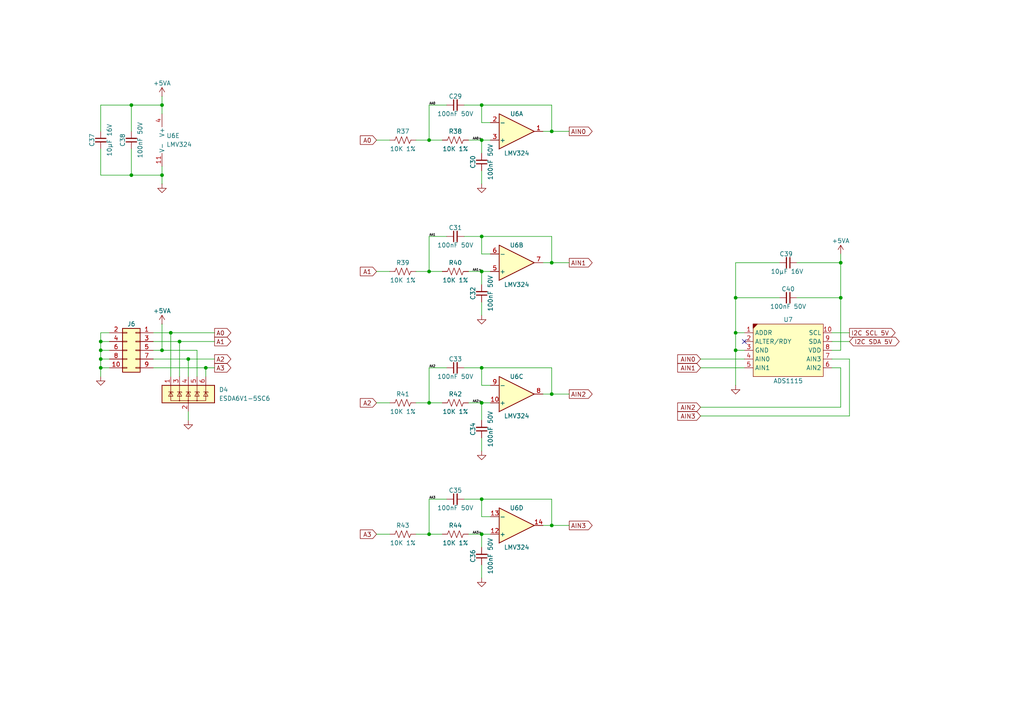
<source format=kicad_sch>
(kicad_sch (version 20231120) (generator "eeschema") (generator_version "8.0")
  (paper "A4")
  (title_block (title "EMBARCADOS - CURSO PCB") (date "2024-11-11") (rev "00") (company "Mechatronix Lab") (comment 1 "Eng. André A. M. Araújo"))
  (lib_symbols
    (symbol "EMBARCADOS - CURSO PCB:+5V" (power) (pin_numbers hide) (pin_names (offset 0) hide)
      (property "Value" "+5V" (at 0 3.556 0))
      (symbol "+5V_0_1"
        (polyline (pts (xy -0.762 1.27) (xy 0 2.54)))
        (polyline (pts (xy 0 0) (xy 0 2.54)))
        (polyline (pts (xy 0 2.54) (xy 0.762 1.27)))
      )
      (symbol "+5V_1_1"
        (pin power_in line (at 0 0 90) (length 0) (name "~") (number "1"))
      )
    )
    (symbol "EMBARCADOS - CURSO PCB:CAP 0603 100nF 50V AVX KGM15BR71H104K " (pin_numbers hide) (pin_names (offset 0.254) hide)
      (property "Reference" "C" (at 0.254 1.778 0))
      (property "Value" "100nF 50V" (at 0.254 -2.032 0))
      (symbol "CAP 0603 100nF 50V AVX KGM15BR71H104K _0_1"
        (polyline (pts (xy -1.524 -0.508) (xy 1.524 -0.508)) (stroke (width 0.3302)))
        (polyline (pts (xy -1.524 0.508) (xy 1.524 0.508)) (stroke (width 0.3048)))
      )
      (symbol "CAP 0603 100nF 50V AVX KGM15BR71H104K _1_1"
        (pin passive line (at 0 2.54 270) (length 2.032) (name "~") (number "1"))
        (pin passive line (at 0 -2.54 90) (length 2.032) (name "~") (number "2"))
      )
    )
    (symbol "EMBARCADOS - CURSO PCB:CAP 0805 10uF 16V AVX KGM21AR71C106K" (pin_numbers hide) (pin_names (offset 0.254) hide)
      (property "Reference" "C" (at 0.254 1.778 0))
      (property "Value" "10µF 16V" (at 0.254 -2.032 0))
      (symbol "CAP 0805 10uF 16V AVX KGM21AR71C106K_0_1"
        (polyline (pts (xy -1.524 -0.508) (xy 1.524 -0.508)) (stroke (width 0.3302)))
        (polyline (pts (xy -1.524 0.508) (xy 1.524 0.508)) (stroke (width 0.3048)))
      )
      (symbol "CAP 0805 10uF 16V AVX KGM21AR71C106K_1_1"
        (pin passive line (at 0 2.54 270) (length 2.032) (name "~") (number "1"))
        (pin passive line (at 0 -2.54 90) (length 2.032) (name "~") (number "2"))
      )
    )
    (symbol "EMBARCADOS - CURSO PCB:CONN 2.54mm 02x05 180° WÜRTH ELEKTRONIK 613010243121" (pin_names (offset 1.016) hide)
      (property "Reference" "J" (at 0 7.62 0))
      (property "Value" "CONN 02x05 ODD EVEN" (at 0 -7.62 0))
      (symbol "CONN 2.54mm 02x05 180° WÜRTH ELEKTRONIK 613010243121_1_1"
        (rectangle (start -2.54 -4.953) (end -1.27 -5.207) (stroke (width 0.1524)))
        (rectangle (start -2.54 -2.413) (end -1.27 -2.667) (stroke (width 0.1524)))
        (rectangle (start -2.54 0.127) (end -1.27 -0.127) (stroke (width 0.1524)))
        (rectangle (start -2.54 2.667) (end -1.27 2.413) (stroke (width 0.1524)))
        (rectangle (start -2.54 5.207) (end -1.27 4.953) (stroke (width 0.1524)))
        (rectangle (start -2.54 6.35) (end 2.54 -6.35) (stroke (width 0.254)) (fill (type background)))
        (rectangle (start 2.54 -4.953) (end 1.27 -5.207) (stroke (width 0.1524)))
        (rectangle (start 2.54 -2.413) (end 1.27 -2.667) (stroke (width 0.1524)))
        (rectangle (start 2.54 0.127) (end 1.27 -0.127) (stroke (width 0.1524)))
        (rectangle (start 2.54 2.667) (end 1.27 2.413) (stroke (width 0.1524)))
        (rectangle (start 2.54 5.207) (end 1.27 4.953) (stroke (width 0.1524)))
        (pin passive line (at -6.35 5.08 0) (length 3.81) (name "Pin_1") (number "1"))
        (pin passive line (at 6.35 -5.08 180) (length 3.81) (name "Pin_10") (number "10"))
        (pin passive line (at 6.35 5.08 180) (length 3.81) (name "Pin_2") (number "2"))
        (pin passive line (at -6.35 2.54 0) (length 3.81) (name "Pin_3") (number "3"))
        (pin passive line (at 6.35 2.54 180) (length 3.81) (name "Pin_4") (number "4"))
        (pin passive line (at -6.35 0 0) (length 3.81) (name "Pin_5") (number "5"))
        (pin passive line (at 6.35 0 180) (length 3.81) (name "Pin_6") (number "6"))
        (pin passive line (at -6.35 -2.54 0) (length 3.81) (name "Pin_7") (number "7"))
        (pin passive line (at 6.35 -2.54 180) (length 3.81) (name "Pin_8") (number "8"))
        (pin passive line (at -6.35 -5.08 0) (length 3.81) (name "Pin_9") (number "9"))
      )
    )
    (symbol "EMBARCADOS - CURSO PCB:DIODE TVS ESDA6V1-5SC6 STMICROELECTRONICS " (pin_names hide)
      (property "Reference" "D" (at -5.08 -3.81 0))
      (property "Value" "ESDA6V1-5SC6" (at 2.54 -3.81 0))
      (symbol "DIODE TVS ESDA6V1-5SC6 STMICROELECTRONICS _0_0"
        (pin passive line (at 0 -5.08 90) (length 2.54) (name "GND") (number "2"))
      )
      (symbol "DIODE TVS ESDA6V1-5SC6 STMICROELECTRONICS _0_1"
        (rectangle (start -7.62 2.54) (end 7.62 -2.54) (stroke (width 0.254)) (fill (type background)))
        (circle (center -2.54 -1.905) (radius 0.127))
        (circle (center 0 -1.905) (radius 0.127))
        (polyline (pts (xy -2.54 2.54) (xy -2.54 -1.905)))
        (polyline (pts (xy 0 2.54) (xy 0 -2.54)))
        (polyline (pts (xy 2.54 2.54) (xy 2.54 -1.905)))
        (polyline (pts (xy -5.715 0.635) (xy -4.445 0.635) (xy -4.445 0.381)))
        (polyline (pts (xy -3.175 0.635) (xy -1.905 0.635) (xy -1.905 0.381)))
        (polyline (pts (xy -0.635 0.635) (xy 0.635 0.635) (xy 0.635 0.381)))
        (polyline (pts (xy 1.905 0.635) (xy 3.175 0.635) (xy 3.175 0.381)))
        (polyline (pts (xy 4.445 0.635) (xy 5.715 0.635) (xy 5.715 0.381)))
        (polyline (pts (xy -5.715 -0.635) (xy -4.445 -0.635) (xy -5.08 0.635) (xy -5.715 -0.635)))
        (polyline (pts (xy -5.08 2.54) (xy -5.08 -1.905) (xy 5.08 -1.905) (xy 5.08 2.54)))
        (polyline (pts (xy -3.175 -0.635) (xy -1.905 -0.635) (xy -2.54 0.635) (xy -3.175 -0.635)))
        (polyline (pts (xy -0.635 -0.635) (xy 0.635 -0.635) (xy 0 0.635) (xy -0.635 -0.635)))
        (polyline (pts (xy 1.905 -0.635) (xy 3.175 -0.635) (xy 2.54 0.635) (xy 1.905 -0.635)))
        (polyline (pts (xy 4.445 -0.635) (xy 5.715 -0.635) (xy 5.08 0.635) (xy 4.445 -0.635)))
        (circle (center 2.54 -1.905) (radius 0.127))
      )
      (symbol "DIODE TVS ESDA6V1-5SC6 STMICROELECTRONICS _1_1"
        (pin passive line (at -5.08 5.08 270) (length 2.54) (name "IO1") (number "1"))
        (pin passive line (at -2.54 5.08 270) (length 2.54) (name "IO2") (number "3"))
        (pin passive line (at 0 5.08 270) (length 2.54) (name "IO3") (number "4"))
        (pin passive line (at 2.54 5.08 270) (length 2.54) (name "IO4") (number "5"))
        (pin passive line (at 5.08 5.08 270) (length 2.54) (name "IO5") (number "6"))
      )
    )
    (symbol "EMBARCADOS - CURSO PCB:IC ADC ADS1115"
      (property "Reference" "U" (at 0 8.89 0))
      (property "Value" "ADS1115" (at 0 -8.89 0))
      (symbol "IC ADC ADS1115_1_1"
        (rectangle (start -10.16 7.62) (end 10.16 -7.62) (fill (type background)))
        (polyline (pts (xy -10.16 7.62) (xy -8.89 7.62) (xy -10.16 6.35) (xy -10.16 7.62)) (fill (type outline)))
        (pin input line (at -12.7 5.08 0) (length 2.54) (name "ADDR") (number "1"))
        (pin input line (at 12.7 5.08 180) (length 2.54) (name "SCL") (number "10"))
        (pin output line (at -12.7 2.54 0) (length 2.54) (name "ALTER/RDY") (number "2"))
        (pin power_in line (at -12.7 0 0) (length 2.54) (name "GND") (number "3"))
        (pin input line (at -12.7 -2.54 0) (length 2.54) (name "AIN0") (number "4"))
        (pin input line (at -12.7 -5.08 0) (length 2.54) (name "AIN1") (number "5"))
        (pin input line (at 12.7 -5.08 180) (length 2.54) (name "AIN2") (number "6"))
        (pin input line (at 12.7 -2.54 180) (length 2.54) (name "AIN3") (number "7"))
        (pin power_in line (at 12.7 0 180) (length 2.54) (name "VDD") (number "8"))
        (pin bidirectional line (at 12.7 2.54 180) (length 2.54) (name "SDA") (number "9"))
      )
    )
    (symbol "EMBARCADOS - CURSO PCB:IC OP AMP LMV324IPT" (pin_names (offset 0.127))
      (property "Reference" "U" (at 0 5.08 0))
      (property "Value" "LMV324" (at 0 -5.08 0))
      (symbol "IC OP AMP LMV324IPT_1_1"
        (polyline (pts (xy -5.08 5.08) (xy 5.08 0) (xy -5.08 -5.08) (xy -5.08 5.08)) (stroke (width 0.254)) (fill (type background)))
        (pin output line (at 7.62 0 180) (length 2.54) (name "~") (number "1"))
        (pin input line (at -7.62 -2.54 0) (length 2.54) (name "-") (number "2"))
        (pin input line (at -7.62 2.54 0) (length 2.54) (name "+") (number "3"))
      )
      (symbol "IC OP AMP LMV324IPT_2_1"
        (polyline (pts (xy -5.08 5.08) (xy 5.08 0) (xy -5.08 -5.08) (xy -5.08 5.08)) (stroke (width 0.254)) (fill (type background)))
        (pin input line (at -7.62 2.54 0) (length 2.54) (name "+") (number "5"))
        (pin input line (at -7.62 -2.54 0) (length 2.54) (name "-") (number "6"))
        (pin output line (at 7.62 0 180) (length 2.54) (name "~") (number "7"))
      )
      (symbol "IC OP AMP LMV324IPT_3_1"
        (polyline (pts (xy -5.08 5.08) (xy 5.08 0) (xy -5.08 -5.08) (xy -5.08 5.08)) (stroke (width 0.254)) (fill (type background)))
        (pin input line (at -7.62 2.54 0) (length 2.54) (name "+") (number "10"))
        (pin output line (at 7.62 0 180) (length 2.54) (name "~") (number "8"))
        (pin input line (at -7.62 -2.54 0) (length 2.54) (name "-") (number "9"))
      )
      (symbol "IC OP AMP LMV324IPT_4_1"
        (polyline (pts (xy -5.08 5.08) (xy 5.08 0) (xy -5.08 -5.08) (xy -5.08 5.08)) (stroke (width 0.254)) (fill (type background)))
        (pin input line (at -7.62 2.54 0) (length 2.54) (name "+") (number "12"))
        (pin input line (at -7.62 -2.54 0) (length 2.54) (name "-") (number "13"))
        (pin output line (at 7.62 0 180) (length 2.54) (name "~") (number "14"))
      )
      (symbol "IC OP AMP LMV324IPT_5_1"
        (pin power_in line (at -2.54 -7.62 90) (length 3.81) (name "V-") (number "11"))
        (pin power_in line (at -2.54 7.62 270) (length 3.81) (name "V+") (number "4"))
      )
    )
    (symbol "EMBARCADOS - CURSO PCB:POWER GND" (power) (pin_numbers hide) (pin_names (offset 0) hide)
      (property "Value" "POWER GND" (at 0 -3.81 0))
      (symbol "POWER GND_0_1"
        (polyline (pts (xy 0 0) (xy 0 -1.27) (xy 1.27 -1.27) (xy 0 -2.54) (xy -1.27 -1.27) (xy 0 -1.27)))
      )
      (symbol "POWER GND_1_1"
        (pin power_in line (at 0 0 270) (length 0) (name "~") (number "1"))
      )
    )
    (symbol "EMBARCADOS - CURSO PCB:RES 0603 10K 1% VISHAY CRCW060310K0FK " (pin_numbers hide) (pin_names (offset 0))
      (property "Reference" "R" (at 2.54 0 90))
      (property "Value" "10K 1%" (at -2.54 0 90))
      (symbol "RES 0603 10K 1% VISHAY CRCW060310K0FK _0_1"
        (polyline (pts (xy 0 -2.286) (xy 0 -2.54)))
        (polyline (pts (xy 0 2.286) (xy 0 2.54)))
        (polyline (pts (xy 0 -0.762) (xy 1.016 -1.143) (xy 0 -1.524) (xy -1.016 -1.905) (xy 0 -2.286)))
        (polyline (pts (xy 0 0.762) (xy 1.016 0.381) (xy 0 0) (xy -1.016 -0.381) (xy 0 -0.762)))
        (polyline (pts (xy 0 2.286) (xy 1.016 1.905) (xy 0 1.524) (xy -1.016 1.143) (xy 0 0.762)))
      )
      (symbol "RES 0603 10K 1% VISHAY CRCW060310K0FK _1_1"
        (pin passive line (at 0 3.81 270) (length 1.27) (name "~") (number "1"))
        (pin passive line (at 0 -3.81 90) (length 1.27) (name "~") (number "2"))
      )
    )
  )
  (junction (at 59.69 106.68))
  (junction (at 243.84 76.2))
  (junction (at 139.7 68.58))
  (junction (at 160.02 38.1))
  (junction (at 54.61 104.14))
  (junction (at 243.84 86.36))
  (junction (at 139.7 116.84))
  (junction (at 38.1 50.8))
  (junction (at 124.46 154.94))
  (junction (at 124.46 116.84))
  (junction (at 139.7 106.68))
  (junction (at 160.02 114.3))
  (junction (at 46.99 101.6))
  (junction (at 124.46 40.64))
  (junction (at 29.21 101.6))
  (junction (at 124.46 78.74))
  (junction (at 139.7 40.64))
  (junction (at 160.02 152.4))
  (junction (at 49.53 96.52))
  (junction (at 160.02 76.2))
  (junction (at 139.7 144.78))
  (junction (at 46.99 30.48))
  (junction (at 213.36 101.6))
  (junction (at 139.7 154.94))
  (junction (at 213.36 86.36))
  (junction (at 29.21 106.68))
  (junction (at 213.36 96.52))
  (junction (at 52.07 99.06))
  (junction (at 46.99 50.8))
  (junction (at 38.1 30.48))
  (junction (at 139.7 30.48))
  (junction (at 29.21 99.06))
  (junction (at 139.7 78.74))
  (junction (at 29.21 104.14))
  (no_connect (at 215.9 99.06))
  (wire (pts (xy 129.54 106.68) (xy 124.46 106.68)))
  (wire (pts (xy 160.02 38.1) (xy 160.02 30.48)))
  (wire (pts (xy 203.2 106.68) (xy 215.9 106.68)))
  (wire (pts (xy 139.7 154.94) (xy 142.24 154.94)))
  (wire (pts (xy 44.45 101.6) (xy 46.99 101.6)))
  (wire (pts (xy 160.02 30.48) (xy 139.7 30.48)))
  (wire (pts (xy 139.7 78.74) (xy 139.7 82.55)))
  (wire (pts (xy 134.62 106.68) (xy 139.7 106.68)))
  (wire (pts (xy 124.46 40.64) (xy 128.27 40.64)))
  (wire (pts (xy 139.7 106.68) (xy 139.7 111.76)))
  (wire (pts (xy 134.62 30.48) (xy 139.7 30.48)))
  (wire (pts (xy 135.89 78.74) (xy 139.7 78.74)))
  (wire (pts (xy 160.02 76.2) (xy 160.02 68.58)))
  (wire (pts (xy 124.46 68.58) (xy 124.46 78.74)))
  (wire (pts (xy 246.38 104.14) (xy 241.3 104.14)))
  (wire (pts (xy 213.36 111.76) (xy 213.36 101.6)))
  (wire (pts (xy 29.21 96.52) (xy 31.75 96.52)))
  (wire (pts (xy 29.21 38.1) (xy 29.21 30.48)))
  (wire (pts (xy 139.7 116.84) (xy 139.7 121.92)))
  (wire (pts (xy 124.46 78.74) (xy 128.27 78.74)))
  (wire (pts (xy 226.06 76.2) (xy 213.36 76.2)))
  (wire (pts (xy 203.2 104.14) (xy 215.9 104.14)))
  (wire (pts (xy 213.36 96.52) (xy 213.36 101.6)))
  (wire (pts (xy 135.89 40.64) (xy 139.7 40.64)))
  (wire (pts (xy 243.84 86.36) (xy 243.84 101.6)))
  (wire (pts (xy 139.7 35.56) (xy 142.24 35.56)))
  (wire (pts (xy 38.1 50.8) (xy 46.99 50.8)))
  (wire (pts (xy 243.84 73.66) (xy 243.84 76.2)))
  (wire (pts (xy 203.2 118.11) (xy 243.84 118.11)))
  (wire (pts (xy 124.46 30.48) (xy 124.46 40.64)))
  (wire (pts (xy 160.02 76.2) (xy 165.1 76.2)))
  (wire (pts (xy 160.02 106.68) (xy 139.7 106.68)))
  (wire (pts (xy 59.69 106.68) (xy 44.45 106.68)))
  (wire (pts (xy 139.7 40.64) (xy 139.7 44.45)))
  (wire (pts (xy 120.65 116.84) (xy 124.46 116.84)))
  (wire (pts (xy 139.7 49.53) (xy 139.7 53.34)))
  (wire (pts (xy 139.7 78.74) (xy 142.24 78.74)))
  (wire (pts (xy 139.7 87.63) (xy 139.7 91.44)))
  (wire (pts (xy 46.99 27.94) (xy 46.99 30.48)))
  (wire (pts (xy 49.53 96.52) (xy 49.53 109.22)))
  (wire (pts (xy 29.21 109.22) (xy 29.21 106.68)))
  (wire (pts (xy 109.22 154.94) (xy 113.03 154.94)))
  (wire (pts (xy 139.7 163.83) (xy 139.7 167.64)))
  (wire (pts (xy 120.65 78.74) (xy 124.46 78.74)))
  (wire (pts (xy 49.53 96.52) (xy 62.23 96.52)))
  (wire (pts (xy 157.48 38.1) (xy 160.02 38.1)))
  (wire (pts (xy 243.84 118.11) (xy 243.84 106.68)))
  (wire (pts (xy 139.7 149.86) (xy 142.24 149.86)))
  (wire (pts (xy 29.21 106.68) (xy 31.75 106.68)))
  (wire (pts (xy 29.21 104.14) (xy 31.75 104.14)))
  (wire (pts (xy 52.07 99.06) (xy 44.45 99.06)))
  (wire (pts (xy 54.61 104.14) (xy 54.61 109.22)))
  (wire (pts (xy 134.62 144.78) (xy 139.7 144.78)))
  (wire (pts (xy 46.99 93.98) (xy 46.99 101.6)))
  (wire (pts (xy 129.54 30.48) (xy 124.46 30.48)))
  (wire (pts (xy 246.38 120.65) (xy 246.38 104.14)))
  (wire (pts (xy 135.89 154.94) (xy 139.7 154.94)))
  (wire (pts (xy 134.62 68.58) (xy 139.7 68.58)))
  (wire (pts (xy 241.3 96.52) (xy 246.38 96.52)))
  (wire (pts (xy 157.48 76.2) (xy 160.02 76.2)))
  (wire (pts (xy 38.1 30.48) (xy 46.99 30.48)))
  (wire (pts (xy 139.7 116.84) (xy 142.24 116.84)))
  (wire (pts (xy 54.61 119.38) (xy 54.61 121.92)))
  (wire (pts (xy 139.7 144.78) (xy 139.7 149.86)))
  (wire (pts (xy 46.99 50.8) (xy 46.99 53.34)))
  (wire (pts (xy 139.7 73.66) (xy 142.24 73.66)))
  (wire (pts (xy 38.1 30.48) (xy 38.1 38.1)))
  (wire (pts (xy 54.61 104.14) (xy 44.45 104.14)))
  (wire (pts (xy 29.21 106.68) (xy 29.21 104.14)))
  (wire (pts (xy 59.69 106.68) (xy 59.69 109.22)))
  (wire (pts (xy 124.46 144.78) (xy 124.46 154.94)))
  (wire (pts (xy 160.02 152.4) (xy 160.02 144.78)))
  (wire (pts (xy 157.48 114.3) (xy 160.02 114.3)))
  (wire (pts (xy 120.65 154.94) (xy 124.46 154.94)))
  (wire (pts (xy 139.7 68.58) (xy 139.7 73.66)))
  (wire (pts (xy 139.7 40.64) (xy 142.24 40.64)))
  (wire (pts (xy 109.22 116.84) (xy 113.03 116.84)))
  (wire (pts (xy 120.65 40.64) (xy 124.46 40.64)))
  (wire (pts (xy 46.99 101.6) (xy 57.15 101.6)))
  (wire (pts (xy 29.21 30.48) (xy 38.1 30.48)))
  (wire (pts (xy 213.36 86.36) (xy 226.06 86.36)))
  (wire (pts (xy 160.02 152.4) (xy 165.1 152.4)))
  (wire (pts (xy 213.36 96.52) (xy 215.9 96.52)))
  (wire (pts (xy 29.21 101.6) (xy 29.21 99.06)))
  (wire (pts (xy 139.7 127) (xy 139.7 130.81)))
  (wire (pts (xy 124.46 106.68) (xy 124.46 116.84)))
  (wire (pts (xy 109.22 78.74) (xy 113.03 78.74)))
  (wire (pts (xy 160.02 114.3) (xy 160.02 106.68)))
  (wire (pts (xy 213.36 76.2) (xy 213.36 86.36)))
  (wire (pts (xy 29.21 43.18) (xy 29.21 50.8)))
  (wire (pts (xy 243.84 106.68) (xy 241.3 106.68)))
  (wire (pts (xy 129.54 144.78) (xy 124.46 144.78)))
  (wire (pts (xy 139.7 111.76) (xy 142.24 111.76)))
  (wire (pts (xy 160.02 38.1) (xy 165.1 38.1)))
  (wire (pts (xy 29.21 99.06) (xy 31.75 99.06)))
  (wire (pts (xy 213.36 101.6) (xy 215.9 101.6)))
  (wire (pts (xy 57.15 109.22) (xy 57.15 101.6)))
  (wire (pts (xy 54.61 104.14) (xy 62.23 104.14)))
  (wire (pts (xy 49.53 96.52) (xy 44.45 96.52)))
  (wire (pts (xy 46.99 30.48) (xy 46.99 33.02)))
  (wire (pts (xy 139.7 30.48) (xy 139.7 35.56)))
  (wire (pts (xy 160.02 68.58) (xy 139.7 68.58)))
  (wire (pts (xy 109.22 40.64) (xy 113.03 40.64)))
  (wire (pts (xy 129.54 68.58) (xy 124.46 68.58)))
  (wire (pts (xy 52.07 99.06) (xy 62.23 99.06)))
  (wire (pts (xy 29.21 104.14) (xy 29.21 101.6)))
  (wire (pts (xy 52.07 99.06) (xy 52.07 109.22)))
  (wire (pts (xy 139.7 154.94) (xy 139.7 158.75)))
  (wire (pts (xy 29.21 50.8) (xy 38.1 50.8)))
  (wire (pts (xy 29.21 99.06) (xy 29.21 96.52)))
  (wire (pts (xy 160.02 144.78) (xy 139.7 144.78)))
  (wire (pts (xy 59.69 106.68) (xy 62.23 106.68)))
  (wire (pts (xy 243.84 76.2) (xy 243.84 86.36)))
  (wire (pts (xy 29.21 101.6) (xy 31.75 101.6)))
  (wire (pts (xy 38.1 43.18) (xy 38.1 50.8)))
  (wire (pts (xy 203.2 120.65) (xy 246.38 120.65)))
  (wire (pts (xy 231.14 76.2) (xy 243.84 76.2)))
  (wire (pts (xy 241.3 99.06) (xy 246.38 99.06)))
  (wire (pts (xy 213.36 86.36) (xy 213.36 96.52)))
  (wire (pts (xy 243.84 101.6) (xy 241.3 101.6)))
  (wire (pts (xy 46.99 48.26) (xy 46.99 50.8)))
  (wire (pts (xy 157.48 152.4) (xy 160.02 152.4)))
  (wire (pts (xy 160.02 114.3) (xy 165.1 114.3)))
  (wire (pts (xy 231.14 86.36) (xy 243.84 86.36)))
  (wire (pts (xy 124.46 154.94) (xy 128.27 154.94)))
  (wire (pts (xy 124.46 116.84) (xy 128.27 116.84)))
  (wire (pts (xy 135.89 116.84) (xy 139.7 116.84)))
  (label "AA1+" (at 139.7 78.74 180) (effects (font (size 0.635 0.635))))
  (label "AA0" (at 124.46 30.48 0) (effects (font (size 0.635 0.635))))
  (label "AA3" (at 124.46 144.78 0) (effects (font (size 0.635 0.635))))
  (label "AA3+" (at 139.7 154.94 180) (effects (font (size 0.635 0.635))))
  (label "AA1" (at 124.46 68.58 0) (effects (font (size 0.635 0.635))))
  (label "AA0+" (at 139.7 40.64 180) (effects (font (size 0.635 0.635))))
  (label "AA2+" (at 139.7 116.84 180) (effects (font (size 0.635 0.635))))
  (label "AA2" (at 124.46 106.68 0) (effects (font (size 0.635 0.635))))
  (global_label "A2" (shape input) (at 109.22 116.84 180) (property "Intersheetrefs" "${INTERSHEET_REFS}" (effects (hide yes))))
  (global_label "AIN1" (shape output) (at 165.1 76.2 0) (property "Intersheetrefs" "${INTERSHEET_REFS}" (effects (hide yes))))
  (global_label "AIN2" (shape input) (at 203.2 118.11 180) (property "Intersheetrefs" "${INTERSHEET_REFS}" (effects (hide yes))))
  (global_label "A3" (shape input) (at 109.22 154.94 180) (property "Intersheetrefs" "${INTERSHEET_REFS}" (effects (hide yes))))
  (global_label "A1" (shape output) (at 62.23 99.06 0) (property "Intersheetrefs" "${INTERSHEET_REFS}" (effects (hide yes))))
  (global_label "AIN0" (shape input) (at 203.2 104.14 180) (property "Intersheetrefs" "${INTERSHEET_REFS}" (effects (hide yes))))
  (global_label "AIN3" (shape input) (at 203.2 120.65 180) (property "Intersheetrefs" "${INTERSHEET_REFS}" (effects (hide yes))))
  (global_label "A3" (shape output) (at 62.23 106.68 0) (property "Intersheetrefs" "${INTERSHEET_REFS}" (effects (hide yes))))
  (global_label "A0" (shape output) (at 62.23 96.52 0) (property "Intersheetrefs" "${INTERSHEET_REFS}" (effects (hide yes))))
  (global_label "AIN2" (shape output) (at 165.1 114.3 0) (property "Intersheetrefs" "${INTERSHEET_REFS}" (effects (hide yes))))
  (global_label "I2C SDA 5V" (shape bidirectional) (at 246.38 99.06 0) (property "Intersheetrefs" "${INTERSHEET_REFS}" (effects (hide yes))))
  (global_label "A0" (shape input) (at 109.22 40.64 180) (property "Intersheetrefs" "${INTERSHEET_REFS}" (effects (hide yes))))
  (global_label "A2" (shape output) (at 62.23 104.14 0) (property "Intersheetrefs" "${INTERSHEET_REFS}" (effects (hide yes))))
  (global_label "AIN3" (shape output) (at 165.1 152.4 0) (property "Intersheetrefs" "${INTERSHEET_REFS}" (effects (hide yes))))
  (global_label "AIN0" (shape output) (at 165.1 38.1 0) (property "Intersheetrefs" "${INTERSHEET_REFS}" (effects (hide yes))))
  (global_label "A1" (shape input) (at 109.22 78.74 180) (property "Intersheetrefs" "${INTERSHEET_REFS}" (effects (hide yes))))
  (global_label "AIN1" (shape input) (at 203.2 106.68 180) (property "Intersheetrefs" "${INTERSHEET_REFS}" (effects (hide yes))))
  (global_label "I2C SCL 5V" (shape output) (at 246.38 96.52 0) (property "Intersheetrefs" "${INTERSHEET_REFS}" (effects (hide yes))))
  (symbol (lib_id "EMBARCADOS - CURSO PCB:CAP 0603 100nF 50V AVX KGM15BR71H104K ") (at 132.08 30.48 90) (unit 1)
    (property "Reference" "C29" (at 132.08 27.94 90))
    (property "Value" "100nF 50V" (at 132.08 33.02 90))
    (property "Footprint" "EMBARCADOS - CURSO PCB:C_0603_1608Metric" (effects (hide yes)))
    (property "Datasheet" "https://datasheets.kyocera-avx.com/KGM_X7R.pdf" (effects (hide yes)))
    (property "Description" "CAP 0603 100nF 50V AVX" (effects (hide yes)))
    (property "MPN" "KGM15BR71H104K " (effects (hide yes)))
    (property "Manufacturer" "KYOCERA/AVX " (effects (hide yes)))
    (property "3D Model" "KiCad" (effects (hide yes)))
    (property "Notes" "-" (effects (hide yes)))
    (property "LCSC Part #" "C14663 " (effects (hide yes)))
    (property "LCSC MPN " "CC0603KRX7R9BB104 " (effects (hide yes)))
    (property "LCSC MANUFACTURER " "YAGEO " (effects (hide yes)))
  )
  (symbol (lib_id "EMBARCADOS - CURSO PCB:IC OP AMP LMV324IPT") (at 149.86 38.1 0) (mirror x) (unit 1)
    (property "Reference" "U6" (at 149.86 33.02 0))
    (property "Value" "LMV324" (at 149.86 44.45 0))
    (property "Footprint" "EMBARCADOS - CURSO PCB:TSSOP-14_4.4x5mm_P0.65mm" (effects (hide yes)))
    (property "Datasheet" "https://www.st.com/resource/en/datasheet/lmv324.pdf" (effects (hide yes)))
    (property "Description" "Low cost, low power, input/output rail-to-rail operational amplifiers TSSOP-14" (effects (hide yes)))
    (property "MPN" "LMV324IPT " (effects (hide yes)))
    (property "Manufacturer" "STMICROELECTRONICS " (effects (hide yes)))
    (property "3D Model" "KiCad" (effects (hide yes)))
    (property "Notes" "-" (effects (hide yes)))
    (property "LCSC Part # " "C398929 " (effects (hide yes)))
    (property "LCSC MPN " "LMV324IPWR " (effects (hide yes)))
    (property "LCSC MANUFACTURER " "TEXAS INSTRUMENTS " (effects (hide yes)))
  )
  (symbol (lib_id "EMBARCADOS - CURSO PCB:POWER GND") (at 139.7 130.81 0) (unit 1)
    (property "Reference" "#PWR073" (effects (hide yes)))
    (property "Value" "GND" (effects (hide yes)))
    (property "Description" "Power symbol creates a global label with name \"GND\" , ground" (effects (hide yes)))
  )
  (symbol (lib_id "EMBARCADOS - CURSO PCB:RES 0603 10K 1% VISHAY CRCW060310K0FK ") (at 132.08 40.64 90) (unit 1)
    (property "Reference" "R38" (at 132.08 38.1 90))
    (property "Value" "10K 1%" (at 132.08 43.18 90))
    (property "Footprint" "EMBARCADOS - CURSO PCB:R_0603_1608Metric" (effects (hide yes)))
    (property "Datasheet" "https://www.we-online.com/components/products/datasheet/61300411821.pdf" (effects (hide yes)))
    (property "Description" "RES 0603 10K 1% VISHAY" (effects (hide yes)))
    (property "MPN" "CRCW060310K0FK " (effects (hide yes)))
    (property "Manufacturer" "VISHAY " (effects (hide yes)))
    (property "3D Model" "KiCad" (effects (hide yes)))
    (property "Notes" "-" (effects (hide yes)))
    (property "LCSC Part # " "C25804 " (effects (hide yes)))
    (property "LCSC MPN " "0603WAF1002T5E " (effects (hide yes)))
    (property "LCSC MANUFACTURER " "UNI-ROYAL " (effects (hide yes)))
  )
  (symbol (lib_id "EMBARCADOS - CURSO PCB:RES 0603 10K 1% VISHAY CRCW060310K0FK ") (at 116.84 116.84 90) (unit 1)
    (property "Reference" "R41" (at 116.84 114.3 90))
    (property "Value" "10K 1%" (at 116.84 119.38 90))
    (property "Footprint" "EMBARCADOS - CURSO PCB:R_0603_1608Metric" (effects (hide yes)))
    (property "Datasheet" "https://www.we-online.com/components/products/datasheet/61300411821.pdf" (effects (hide yes)))
    (property "Description" "RES 0603 10K 1% VISHAY" (effects (hide yes)))
    (property "MPN" "CRCW060310K0FK " (effects (hide yes)))
    (property "Manufacturer" "VISHAY " (effects (hide yes)))
    (property "3D Model" "KiCad" (effects (hide yes)))
    (property "Notes" "-" (effects (hide yes)))
    (property "LCSC Part # " "C25804 " (effects (hide yes)))
    (property "LCSC MPN " "0603WAF1002T5E " (effects (hide yes)))
    (property "LCSC MANUFACTURER " "UNI-ROYAL " (effects (hide yes)))
  )
  (symbol (lib_id "EMBARCADOS - CURSO PCB:+5V") (at 243.84 73.66 0) (unit 1)
    (property "Reference" "#PWR075" (effects (hide yes)))
    (property "Value" "+5VA" (at 243.84 69.85 0))
    (property "Description" "Power symbol creates a global label with name \"+5V\"" (effects (hide yes)))
  )
  (symbol (lib_id "EMBARCADOS - CURSO PCB:CAP 0603 100nF 50V AVX KGM15BR71H104K ") (at 139.7 85.09 180) (unit 1)
    (property "Reference" "C32" (at 137.16 85.09 90))
    (property "Value" "100nF 50V" (at 142.24 85.09 90))
    (property "Footprint" "EMBARCADOS - CURSO PCB:C_0603_1608Metric" (effects (hide yes)))
    (property "Datasheet" "https://datasheets.kyocera-avx.com/KGM_X7R.pdf" (effects (hide yes)))
    (property "Description" "CAP 0603 100nF 50V AVX" (effects (hide yes)))
    (property "MPN" "KGM15BR71H104K " (effects (hide yes)))
    (property "Manufacturer" "KYOCERA/AVX " (effects (hide yes)))
    (property "3D Model" "KiCad" (effects (hide yes)))
    (property "Notes" "-" (effects (hide yes)))
    (property "LCSC Part #" "C14663 " (effects (hide yes)))
    (property "LCSC MPN " "CC0603KRX7R9BB104 " (effects (hide yes)))
    (property "LCSC MANUFACTURER " "YAGEO " (effects (hide yes)))
  )
  (symbol (lib_id "EMBARCADOS - CURSO PCB:CAP 0603 100nF 50V AVX KGM15BR71H104K ") (at 228.6 86.36 270) (mirror x) (unit 1)
    (property "Reference" "C40" (at 228.6 83.82 90))
    (property "Value" "100nF 50V" (at 228.6 88.9 90))
    (property "Footprint" "EMBARCADOS - CURSO PCB:C_0603_1608Metric" (effects (hide yes)))
    (property "Datasheet" "https://datasheets.kyocera-avx.com/KGM_X7R.pdf" (effects (hide yes)))
    (property "Description" "CAP 0603 100nF 50V AVX" (effects (hide yes)))
    (property "MPN" "KGM15BR71H104K " (effects (hide yes)))
    (property "Manufacturer" "KYOCERA/AVX " (effects (hide yes)))
    (property "3D Model" "KiCad" (effects (hide yes)))
    (property "Notes" "-" (effects (hide yes)))
    (property "LCSC Part #" "C14663 " (effects (hide yes)))
    (property "LCSC MPN " "CC0603KRX7R9BB104 " (effects (hide yes)))
    (property "LCSC MANUFACTURER " "YAGEO " (effects (hide yes)))
  )
  (symbol (lib_id "EMBARCADOS - CURSO PCB:RES 0603 10K 1% VISHAY CRCW060310K0FK ") (at 132.08 154.94 90) (unit 1)
    (property "Reference" "R44" (at 132.08 152.4 90))
    (property "Value" "10K 1%" (at 132.08 157.48 90))
    (property "Footprint" "EMBARCADOS - CURSO PCB:R_0603_1608Metric" (effects (hide yes)))
    (property "Datasheet" "https://www.we-online.com/components/products/datasheet/61300411821.pdf" (effects (hide yes)))
    (property "Description" "RES 0603 10K 1% VISHAY" (effects (hide yes)))
    (property "MPN" "CRCW060310K0FK " (effects (hide yes)))
    (property "Manufacturer" "VISHAY " (effects (hide yes)))
    (property "3D Model" "KiCad" (effects (hide yes)))
    (property "Notes" "-" (effects (hide yes)))
    (property "LCSC Part # " "C25804 " (effects (hide yes)))
    (property "LCSC MPN " "0603WAF1002T5E " (effects (hide yes)))
    (property "LCSC MANUFACTURER " "UNI-ROYAL " (effects (hide yes)))
  )
  (symbol (lib_id "EMBARCADOS - CURSO PCB:POWER GND") (at 213.36 111.76 0) (unit 1)
    (property "Reference" "#PWR076" (effects (hide yes)))
    (property "Value" "GND" (effects (hide yes)))
    (property "Description" "Power symbol creates a global label with name \"GND\" , ground" (effects (hide yes)))
  )
  (symbol (lib_id "EMBARCADOS - CURSO PCB:+5V") (at 46.99 93.98 0) (unit 1)
    (property "Reference" "#PWR069" (effects (hide yes)))
    (property "Value" "+5VA" (at 46.99 90.17 0))
    (property "Description" "Power symbol creates a global label with name \"+5V\"" (effects (hide yes)))
  )
  (symbol (lib_id "EMBARCADOS - CURSO PCB:CAP 0603 100nF 50V AVX KGM15BR71H104K ") (at 38.1 40.64 180) (unit 1)
    (property "Reference" "C38" (at 35.56 40.64 90))
    (property "Value" "100nF 50V" (at 40.64 40.64 90))
    (property "Footprint" "EMBARCADOS - CURSO PCB:C_0603_1608Metric" (effects (hide yes)))
    (property "Datasheet" "https://datasheets.kyocera-avx.com/KGM_X7R.pdf" (effects (hide yes)))
    (property "Description" "CAP 0603 100nF 50V AVX" (effects (hide yes)))
    (property "MPN" "KGM15BR71H104K " (effects (hide yes)))
    (property "Manufacturer" "KYOCERA/AVX " (effects (hide yes)))
    (property "3D Model" "KiCad" (effects (hide yes)))
    (property "Notes" "-" (effects (hide yes)))
    (property "LCSC Part #" "C14663 " (effects (hide yes)))
    (property "LCSC MPN " "CC0603KRX7R9BB104 " (effects (hide yes)))
    (property "LCSC MANUFACTURER " "YAGEO " (effects (hide yes)))
  )
  (symbol (lib_id "EMBARCADOS - CURSO PCB:RES 0603 10K 1% VISHAY CRCW060310K0FK ") (at 116.84 40.64 90) (unit 1)
    (property "Reference" "R37" (at 116.84 38.1 90))
    (property "Value" "10K 1%" (at 116.84 43.18 90))
    (property "Footprint" "EMBARCADOS - CURSO PCB:R_0603_1608Metric" (effects (hide yes)))
    (property "Datasheet" "https://www.we-online.com/components/products/datasheet/61300411821.pdf" (effects (hide yes)))
    (property "Description" "RES 0603 10K 1% VISHAY" (effects (hide yes)))
    (property "MPN" "CRCW060310K0FK " (effects (hide yes)))
    (property "Manufacturer" "VISHAY " (effects (hide yes)))
    (property "3D Model" "KiCad" (effects (hide yes)))
    (property "Notes" "-" (effects (hide yes)))
    (property "LCSC Part # " "C25804 " (effects (hide yes)))
    (property "LCSC MPN " "0603WAF1002T5E " (effects (hide yes)))
    (property "LCSC MANUFACTURER " "UNI-ROYAL " (effects (hide yes)))
  )
  (symbol (lib_id "EMBARCADOS - CURSO PCB:CAP 0603 100nF 50V AVX KGM15BR71H104K ") (at 139.7 161.29 180) (unit 1)
    (property "Reference" "C36" (at 137.16 161.29 90))
    (property "Value" "100nF 50V" (at 142.24 161.29 90))
    (property "Footprint" "EMBARCADOS - CURSO PCB:C_0603_1608Metric" (effects (hide yes)))
    (property "Datasheet" "https://datasheets.kyocera-avx.com/KGM_X7R.pdf" (effects (hide yes)))
    (property "Description" "CAP 0603 100nF 50V AVX" (effects (hide yes)))
    (property "MPN" "KGM15BR71H104K " (effects (hide yes)))
    (property "Manufacturer" "KYOCERA/AVX " (effects (hide yes)))
    (property "3D Model" "KiCad" (effects (hide yes)))
    (property "Notes" "-" (effects (hide yes)))
    (property "LCSC Part #" "C14663 " (effects (hide yes)))
    (property "LCSC MPN " "CC0603KRX7R9BB104 " (effects (hide yes)))
    (property "LCSC MANUFACTURER " "YAGEO " (effects (hide yes)))
  )
  (symbol (lib_id "EMBARCADOS - CURSO PCB:POWER GND") (at 139.7 91.44 0) (unit 1)
    (property "Reference" "#PWR072" (effects (hide yes)))
    (property "Value" "GND" (effects (hide yes)))
    (property "Description" "Power symbol creates a global label with name \"GND\" , ground" (effects (hide yes)))
  )
  (symbol (lib_id "EMBARCADOS - CURSO PCB:CAP 0603 100nF 50V AVX KGM15BR71H104K ") (at 139.7 124.46 180) (unit 1)
    (property "Reference" "C34" (at 137.16 124.46 90))
    (property "Value" "100nF 50V" (at 142.24 124.46 90))
    (property "Footprint" "EMBARCADOS - CURSO PCB:C_0603_1608Metric" (effects (hide yes)))
    (property "Datasheet" "https://datasheets.kyocera-avx.com/KGM_X7R.pdf" (effects (hide yes)))
    (property "Description" "CAP 0603 100nF 50V AVX" (effects (hide yes)))
    (property "MPN" "KGM15BR71H104K " (effects (hide yes)))
    (property "Manufacturer" "KYOCERA/AVX " (effects (hide yes)))
    (property "3D Model" "KiCad" (effects (hide yes)))
    (property "Notes" "-" (effects (hide yes)))
    (property "LCSC Part #" "C14663 " (effects (hide yes)))
    (property "LCSC MPN " "CC0603KRX7R9BB104 " (effects (hide yes)))
    (property "LCSC MANUFACTURER " "YAGEO " (effects (hide yes)))
  )
  (symbol (lib_id "EMBARCADOS - CURSO PCB:IC ADC ADS1115") (at 228.6 101.6 0) (unit 1)
    (property "Reference" "U7" (at 228.6 92.71 0))
    (property "Value" "ADS1115" (at 228.6 110.49 0))
    (property "Footprint" "EMBARCADOS - CURSO PCB:TSSOP-10_3x3mm_P0.5mm" (effects (hide yes)))
    (property "Datasheet" "https://www.ti.com/lit/ds/symlink/ads1115.pdf" (effects (hide yes)))
    (property "Description" "ADC 16-bit 860 S/s VSSOP TEXAS INSTRUMENTS" (effects (hide yes)))
    (property "MPN" "ADS1115IDGSR " (effects (hide yes)))
    (property "Manufacturer" "TEXAS INSTRUMENTS " (effects (hide yes)))
    (property "3D Model" "KiCad" (effects (hide yes)))
    (property "Notes" "-" (effects (hide yes)))
    (property "LCSC Part # " "C37593 " (effects (hide yes)))
    (property "LCSC MPN " "ADS1115IDGSR " (effects (hide yes)))
    (property "LCSC MANUFACTURER " "TEXAS INSTRUMENTS " (effects (hide yes)))
  )
  (symbol (lib_id "EMBARCADOS - CURSO PCB:IC OP AMP LMV324IPT") (at 149.86 152.4 0) (mirror x) (unit 4)
    (property "Reference" "U6" (at 149.86 147.32 0))
    (property "Value" "LMV324" (at 149.86 158.75 0))
    (property "Footprint" "EMBARCADOS - CURSO PCB:TSSOP-14_4.4x5mm_P0.65mm" (effects (hide yes)))
    (property "Datasheet" "https://www.st.com/resource/en/datasheet/lmv324.pdf" (effects (hide yes)))
    (property "Description" "Low cost, low power, input/output rail-to-rail operational amplifiers TSSOP-14" (effects (hide yes)))
    (property "MPN" "LMV324IPT " (effects (hide yes)))
    (property "Manufacturer" "STMICROELECTRONICS " (effects (hide yes)))
    (property "3D Model" "KiCad" (effects (hide yes)))
    (property "Notes" "-" (effects (hide yes)))
    (property "LCSC Part # " "C398929 " (effects (hide yes)))
    (property "LCSC MPN " "LMV324IPWR " (effects (hide yes)))
    (property "LCSC MANUFACTURER " "TEXAS INSTRUMENTS " (effects (hide yes)))
  )
  (symbol (lib_id "EMBARCADOS - CURSO PCB:CAP 0603 100nF 50V AVX KGM15BR71H104K ") (at 132.08 106.68 90) (unit 1)
    (property "Reference" "C33" (at 132.08 104.14 90))
    (property "Value" "100nF 50V" (at 132.08 109.22 90))
    (property "Footprint" "EMBARCADOS - CURSO PCB:C_0603_1608Metric" (effects (hide yes)))
    (property "Datasheet" "https://datasheets.kyocera-avx.com/KGM_X7R.pdf" (effects (hide yes)))
    (property "Description" "CAP 0603 100nF 50V AVX" (effects (hide yes)))
    (property "MPN" "KGM15BR71H104K " (effects (hide yes)))
    (property "Manufacturer" "KYOCERA/AVX " (effects (hide yes)))
    (property "3D Model" "KiCad" (effects (hide yes)))
    (property "Notes" "-" (effects (hide yes)))
    (property "LCSC Part #" "C14663 " (effects (hide yes)))
    (property "LCSC MPN " "CC0603KRX7R9BB104 " (effects (hide yes)))
    (property "LCSC MANUFACTURER " "YAGEO " (effects (hide yes)))
  )
  (symbol (lib_id "EMBARCADOS - CURSO PCB:RES 0603 10K 1% VISHAY CRCW060310K0FK ") (at 132.08 78.74 90) (unit 1)
    (property "Reference" "R40" (at 132.08 76.2 90))
    (property "Value" "10K 1%" (at 132.08 81.28 90))
    (property "Footprint" "EMBARCADOS - CURSO PCB:R_0603_1608Metric" (effects (hide yes)))
    (property "Datasheet" "https://www.we-online.com/components/products/datasheet/61300411821.pdf" (effects (hide yes)))
    (property "Description" "RES 0603 10K 1% VISHAY" (effects (hide yes)))
    (property "MPN" "CRCW060310K0FK " (effects (hide yes)))
    (property "Manufacturer" "VISHAY " (effects (hide yes)))
    (property "3D Model" "KiCad" (effects (hide yes)))
    (property "Notes" "-" (effects (hide yes)))
    (property "LCSC Part # " "C25804 " (effects (hide yes)))
    (property "LCSC MPN " "0603WAF1002T5E " (effects (hide yes)))
    (property "LCSC MANUFACTURER " "UNI-ROYAL " (effects (hide yes)))
  )
  (symbol (lib_id "EMBARCADOS - CURSO PCB:POWER GND") (at 139.7 167.64 0) (unit 1)
    (property "Reference" "#PWR074" (effects (hide yes)))
    (property "Value" "GND" (effects (hide yes)))
    (property "Description" "Power symbol creates a global label with name \"GND\" , ground" (effects (hide yes)))
  )
  (symbol (lib_id "EMBARCADOS - CURSO PCB:DIODE TVS ESDA6V1-5SC6 STMICROELECTRONICS ") (at 54.61 114.3 0) (unit 1)
    (property "Reference" "D4" (at 63.5 113.0299 0) (effects (justify left)))
    (property "Value" "ESDA6V1-5SC6" (at 63.5 115.5699 0) (effects (justify left)))
    (property "Footprint" "EMBARCADOS - CURSO PCB:SOT-23-6" (effects (hide yes)))
    (property "Datasheet" "https://www.st.com/resource/en/datasheet/esda6v1-5sc6.pdf" (effects (hide yes)))
    (property "Description" "Quintuple bidirectional transil, Suppressor for ESD protection, 6V1 Breakdown, SOT-23-6" (effects (hide yes)))
    (property "MPN" "ESDA6V1-5SC6 " (effects (hide yes)))
    (property "Manufacturer" "STMICROELECTRONICS " (effects (hide yes)))
    (property "3D Model" "KiCad" (effects (hide yes)))
    (property "Notes" "-" (effects (hide yes)))
    (property "LCSC Part # " "C2827672 " (effects (hide yes)))
    (property "LCSC MPN " "ESDA6V1-5SC6 " (effects (hide yes)))
    (property "LCSC MANUFACTURER " "TECH PUBLIC " (effects (hide yes)))
  )
  (symbol (lib_id "EMBARCADOS - CURSO PCB:CAP 0603 100nF 50V AVX KGM15BR71H104K ") (at 139.7 46.99 180) (unit 1)
    (property "Reference" "C30" (at 137.16 46.99 90))
    (property "Value" "100nF 50V" (at 142.24 46.99 90))
    (property "Footprint" "EMBARCADOS - CURSO PCB:C_0603_1608Metric" (effects (hide yes)))
    (property "Datasheet" "https://datasheets.kyocera-avx.com/KGM_X7R.pdf" (effects (hide yes)))
    (property "Description" "CAP 0603 100nF 50V AVX" (effects (hide yes)))
    (property "MPN" "KGM15BR71H104K " (effects (hide yes)))
    (property "Manufacturer" "KYOCERA/AVX " (effects (hide yes)))
    (property "3D Model" "KiCad" (effects (hide yes)))
    (property "Notes" "-" (effects (hide yes)))
    (property "LCSC Part #" "C14663 " (effects (hide yes)))
    (property "LCSC MPN " "CC0603KRX7R9BB104 " (effects (hide yes)))
    (property "LCSC MANUFACTURER " "YAGEO " (effects (hide yes)))
  )
  (symbol (lib_id "EMBARCADOS - CURSO PCB:POWER GND") (at 46.99 53.34 0) (unit 1)
    (property "Reference" "#PWR067" (effects (hide yes)))
    (property "Value" "GND" (effects (hide yes)))
    (property "Description" "Power symbol creates a global label with name \"GND\" , ground" (effects (hide yes)))
  )
  (symbol (lib_id "EMBARCADOS - CURSO PCB:POWER GND") (at 29.21 109.22 0) (unit 1)
    (property "Reference" "#PWR068" (effects (hide yes)))
    (property "Value" "GND" (effects (hide yes)))
    (property "Description" "Power symbol creates a global label with name \"GND\" , ground" (effects (hide yes)))
  )
  (symbol (lib_id "EMBARCADOS - CURSO PCB:RES 0603 10K 1% VISHAY CRCW060310K0FK ") (at 132.08 116.84 90) (unit 1)
    (property "Reference" "R42" (at 132.08 114.3 90))
    (property "Value" "10K 1%" (at 132.08 119.38 90))
    (property "Footprint" "EMBARCADOS - CURSO PCB:R_0603_1608Metric" (effects (hide yes)))
    (property "Datasheet" "https://www.we-online.com/components/products/datasheet/61300411821.pdf" (effects (hide yes)))
    (property "Description" "RES 0603 10K 1% VISHAY" (effects (hide yes)))
    (property "MPN" "CRCW060310K0FK " (effects (hide yes)))
    (property "Manufacturer" "VISHAY " (effects (hide yes)))
    (property "3D Model" "KiCad" (effects (hide yes)))
    (property "Notes" "-" (effects (hide yes)))
    (property "LCSC Part # " "C25804 " (effects (hide yes)))
    (property "LCSC MPN " "0603WAF1002T5E " (effects (hide yes)))
    (property "LCSC MANUFACTURER " "UNI-ROYAL " (effects (hide yes)))
  )
  (symbol (lib_id "EMBARCADOS - CURSO PCB:IC OP AMP LMV324IPT") (at 49.53 40.64 0) (unit 5)
    (property "Reference" "U6" (at 48.26 39.3699 0) (effects (justify left)))
    (property "Value" "LMV324" (at 48.26 41.9099 0) (effects (justify left)))
    (property "Footprint" "EMBARCADOS - CURSO PCB:TSSOP-14_4.4x5mm_P0.65mm" (effects (hide yes)))
    (property "Datasheet" "https://www.st.com/resource/en/datasheet/lmv324.pdf" (effects (hide yes)))
    (property "Description" "Low cost, low power, input/output rail-to-rail operational amplifiers TSSOP-14" (effects (hide yes)))
    (property "MPN" "LMV324IPT " (effects (hide yes)))
    (property "Manufacturer" "STMICROELECTRONICS " (effects (hide yes)))
    (property "3D Model" "KiCad" (effects (hide yes)))
    (property "Notes" "-" (effects (hide yes)))
    (property "LCSC Part # " "C398929 " (effects (hide yes)))
    (property "LCSC MPN " "LMV324IPWR " (effects (hide yes)))
    (property "LCSC MANUFACTURER " "TEXAS INSTRUMENTS " (effects (hide yes)))
  )
  (symbol (lib_id "EMBARCADOS - CURSO PCB:+5V") (at 46.99 27.94 0) (unit 1)
    (property "Reference" "#PWR057" (effects (hide yes)))
    (property "Value" "+5VA" (at 46.99 24.13 0))
    (property "Description" "Power symbol creates a global label with name \"+5V\"" (effects (hide yes)))
  )
  (symbol (lib_id "EMBARCADOS - CURSO PCB:IC OP AMP LMV324IPT") (at 149.86 76.2 0) (mirror x) (unit 2)
    (property "Reference" "U6" (at 149.86 71.12 0))
    (property "Value" "LMV324" (at 149.86 82.55 0))
    (property "Footprint" "EMBARCADOS - CURSO PCB:TSSOP-14_4.4x5mm_P0.65mm" (effects (hide yes)))
    (property "Datasheet" "https://www.st.com/resource/en/datasheet/lmv324.pdf" (effects (hide yes)))
    (property "Description" "Low cost, low power, input/output rail-to-rail operational amplifiers TSSOP-14" (effects (hide yes)))
    (property "MPN" "LMV324IPT " (effects (hide yes)))
    (property "Manufacturer" "STMICROELECTRONICS " (effects (hide yes)))
    (property "3D Model" "KiCad" (effects (hide yes)))
    (property "Notes" "-" (effects (hide yes)))
    (property "LCSC Part # " "C398929 " (effects (hide yes)))
    (property "LCSC MPN " "LMV324IPWR " (effects (hide yes)))
    (property "LCSC MANUFACTURER " "TEXAS INSTRUMENTS " (effects (hide yes)))
  )
  (symbol (lib_id "EMBARCADOS - CURSO PCB:CONN 2.54mm 02x05 180° WÜRTH ELEKTRONIK 613010243121") (at 38.1 101.6 0) (mirror y) (unit 1)
    (property "Reference" "J6" (at 38.1 93.98 0))
    (property "Value" "CONN 02x05 ODD EVEN" (effects (hide yes)))
    (property "Footprint" "EMBARCADOS - CURSO PCB:PinSocket_2x05_P2.54mm_Horizontal" (effects (hide yes)))
    (property "Datasheet" "https://www.we-online.com/components/products/datasheet/613010243121.pdf" (effects (hide yes)))
    (property "Description" "Generic connector, double row, 02x05, odd/even pin numbering scheme (row 1 odd numbers, row 2 even numbers), script generated (kicad-library-utils/schlib/autogen/connector/)" (effects (hide yes)))
    (property "MPN" "613010243121 " (effects (hide yes)))
    (property "Manufacturer" "WÜRTH ELEKTRONIK " (effects (hide yes)))
    (property "3D Model" "https://www.we-online.com/components/products/download/Downloads_613010243121%20%28rev1%29.iges" (effects (hide yes)))
    (property "Notes" "THRU HOLE" (effects (hide yes)))
    (property "LCSC Part # " "-" (effects (hide yes)))
    (property "LCSC MPN " "-" (effects (hide yes)))
    (property "LCSC MANUFACTURER " "-" (effects (hide yes)))
  )
  (symbol (lib_id "EMBARCADOS - CURSO PCB:CAP 0603 100nF 50V AVX KGM15BR71H104K ") (at 132.08 68.58 90) (unit 1)
    (property "Reference" "C31" (at 132.08 66.04 90))
    (property "Value" "100nF 50V" (at 132.08 71.12 90))
    (property "Footprint" "EMBARCADOS - CURSO PCB:C_0603_1608Metric" (effects (hide yes)))
    (property "Datasheet" "https://datasheets.kyocera-avx.com/KGM_X7R.pdf" (effects (hide yes)))
    (property "Description" "CAP 0603 100nF 50V AVX" (effects (hide yes)))
    (property "MPN" "KGM15BR71H104K " (effects (hide yes)))
    (property "Manufacturer" "KYOCERA/AVX " (effects (hide yes)))
    (property "3D Model" "KiCad" (effects (hide yes)))
    (property "Notes" "-" (effects (hide yes)))
    (property "LCSC Part #" "C14663 " (effects (hide yes)))
    (property "LCSC MPN " "CC0603KRX7R9BB104 " (effects (hide yes)))
    (property "LCSC MANUFACTURER " "YAGEO " (effects (hide yes)))
  )
  (symbol (lib_id "EMBARCADOS - CURSO PCB:POWER GND") (at 54.61 121.92 0) (unit 1)
    (property "Reference" "#PWR070" (effects (hide yes)))
    (property "Value" "GND" (effects (hide yes)))
    (property "Description" "Power symbol creates a global label with name \"GND\" , ground" (effects (hide yes)))
  )
  (symbol (lib_id "EMBARCADOS - CURSO PCB:RES 0603 10K 1% VISHAY CRCW060310K0FK ") (at 116.84 78.74 90) (unit 1)
    (property "Reference" "R39" (at 116.84 76.2 90))
    (property "Value" "10K 1%" (at 116.84 81.28 90))
    (property "Footprint" "EMBARCADOS - CURSO PCB:R_0603_1608Metric" (effects (hide yes)))
    (property "Datasheet" "https://www.we-online.com/components/products/datasheet/61300411821.pdf" (effects (hide yes)))
    (property "Description" "RES 0603 10K 1% VISHAY" (effects (hide yes)))
    (property "MPN" "CRCW060310K0FK " (effects (hide yes)))
    (property "Manufacturer" "VISHAY " (effects (hide yes)))
    (property "3D Model" "KiCad" (effects (hide yes)))
    (property "Notes" "-" (effects (hide yes)))
    (property "LCSC Part # " "C25804 " (effects (hide yes)))
    (property "LCSC MPN " "0603WAF1002T5E " (effects (hide yes)))
    (property "LCSC MANUFACTURER " "UNI-ROYAL " (effects (hide yes)))
  )
  (symbol (lib_id "EMBARCADOS - CURSO PCB:CAP 0805 10uF 16V AVX KGM21AR71C106K") (at 29.21 40.64 0) (mirror y) (unit 1)
    (property "Reference" "C37" (at 26.67 40.64 90))
    (property "Value" "10µF 16V" (at 31.75 40.64 90))
    (property "Footprint" "EMBARCADOS - CURSO PCB:C_0805_2012Metric" (effects (hide yes)))
    (property "Datasheet" "https://datasheets.kyocera-avx.com/KGM_X7R.pdf" (effects (hide yes)))
    (property "Description" "CAP 0805 10uF 16V AVX" (effects (hide yes)))
    (property "MPN" "KGM21AR71C106K " (effects (hide yes)))
    (property "Manufacturer" "KYOCERA/AVX " (effects (hide yes)))
    (property "3D Model" "KiCad" (effects (hide yes)))
    (property "Notes" "-" (effects (hide yes)))
    (property "LCSC Part #" "C15850 " (effects (hide yes)))
    (property "LCSC MPN " "CL21A106KAYNNNE " (effects (hide yes)))
    (property "LCSC MANUFACTURER " "SAMSUNG " (effects (hide yes)))
  )
  (symbol (lib_id "EMBARCADOS - CURSO PCB:CAP 0805 10uF 16V AVX KGM21AR71C106K") (at 228.6 76.2 270) (mirror x) (unit 1)
    (property "Reference" "C39" (at 226.06 73.66 90) (effects (justify left)))
    (property "Value" "10µF 16V" (at 223.52 78.74 90) (effects (justify left)))
    (property "Footprint" "EMBARCADOS - CURSO PCB:C_0805_2012Metric" (effects (hide yes)))
    (property "Datasheet" "https://datasheets.kyocera-avx.com/KGM_X7R.pdf" (effects (hide yes)))
    (property "Description" "CAP 0805 10uF 16V AVX" (effects (hide yes)))
    (property "MPN" "KGM21AR71C106K " (effects (hide yes)))
    (property "Manufacturer" "KYOCERA/AVX " (effects (hide yes)))
    (property "3D Model" "KiCad" (effects (hide yes)))
    (property "Notes" "-" (effects (hide yes)))
    (property "LCSC Part #" "C15850 " (effects (hide yes)))
    (property "LCSC MPN " "CL21A106KAYNNNE " (effects (hide yes)))
    (property "LCSC MANUFACTURER " "SAMSUNG " (effects (hide yes)))
  )
  (symbol (lib_id "EMBARCADOS - CURSO PCB:POWER GND") (at 139.7 53.34 0) (unit 1)
    (property "Reference" "#PWR071" (effects (hide yes)))
    (property "Value" "GND" (effects (hide yes)))
    (property "Description" "Power symbol creates a global label with name \"GND\" , ground" (effects (hide yes)))
  )
  (symbol (lib_id "EMBARCADOS - CURSO PCB:RES 0603 10K 1% VISHAY CRCW060310K0FK ") (at 116.84 154.94 90) (unit 1)
    (property "Reference" "R43" (at 116.84 152.4 90))
    (property "Value" "10K 1%" (at 116.84 157.48 90))
    (property "Footprint" "EMBARCADOS - CURSO PCB:R_0603_1608Metric" (effects (hide yes)))
    (property "Datasheet" "https://www.we-online.com/components/products/datasheet/61300411821.pdf" (effects (hide yes)))
    (property "Description" "RES 0603 10K 1% VISHAY" (effects (hide yes)))
    (property "MPN" "CRCW060310K0FK " (effects (hide yes)))
    (property "Manufacturer" "VISHAY " (effects (hide yes)))
    (property "3D Model" "KiCad" (effects (hide yes)))
    (property "Notes" "-" (effects (hide yes)))
    (property "LCSC Part # " "C25804 " (effects (hide yes)))
    (property "LCSC MPN " "0603WAF1002T5E " (effects (hide yes)))
    (property "LCSC MANUFACTURER " "UNI-ROYAL " (effects (hide yes)))
  )
  (symbol (lib_id "EMBARCADOS - CURSO PCB:CAP 0603 100nF 50V AVX KGM15BR71H104K ") (at 132.08 144.78 90) (unit 1)
    (property "Reference" "C35" (at 132.08 142.24 90))
    (property "Value" "100nF 50V" (at 132.08 147.32 90))
    (property "Footprint" "EMBARCADOS - CURSO PCB:C_0603_1608Metric" (effects (hide yes)))
    (property "Datasheet" "https://datasheets.kyocera-avx.com/KGM_X7R.pdf" (effects (hide yes)))
    (property "Description" "CAP 0603 100nF 50V AVX" (effects (hide yes)))
    (property "MPN" "KGM15BR71H104K " (effects (hide yes)))
    (property "Manufacturer" "KYOCERA/AVX " (effects (hide yes)))
    (property "3D Model" "KiCad" (effects (hide yes)))
    (property "Notes" "-" (effects (hide yes)))
    (property "LCSC Part #" "C14663 " (effects (hide yes)))
    (property "LCSC MPN " "CC0603KRX7R9BB104 " (effects (hide yes)))
    (property "LCSC MANUFACTURER " "YAGEO " (effects (hide yes)))
  )
  (symbol (lib_id "EMBARCADOS - CURSO PCB:IC OP AMP LMV324IPT") (at 149.86 114.3 0) (mirror x) (unit 3)
    (property "Reference" "U6" (at 149.86 109.22 0))
    (property "Value" "LMV324" (at 149.86 120.65 0))
    (property "Footprint" "EMBARCADOS - CURSO PCB:TSSOP-14_4.4x5mm_P0.65mm" (effects (hide yes)))
    (property "Datasheet" "https://www.st.com/resource/en/datasheet/lmv324.pdf" (effects (hide yes)))
    (property "Description" "Low cost, low power, input/output rail-to-rail operational amplifiers TSSOP-14" (effects (hide yes)))
    (property "MPN" "LMV324IPT " (effects (hide yes)))
    (property "Manufacturer" "STMICROELECTRONICS " (effects (hide yes)))
    (property "3D Model" "KiCad" (effects (hide yes)))
    (property "Notes" "-" (effects (hide yes)))
    (property "LCSC Part # " "C398929 " (effects (hide yes)))
    (property "LCSC MPN " "LMV324IPWR " (effects (hide yes)))
    (property "LCSC MANUFACTURER " "TEXAS INSTRUMENTS " (effects (hide yes)))
  )
)
</source>
